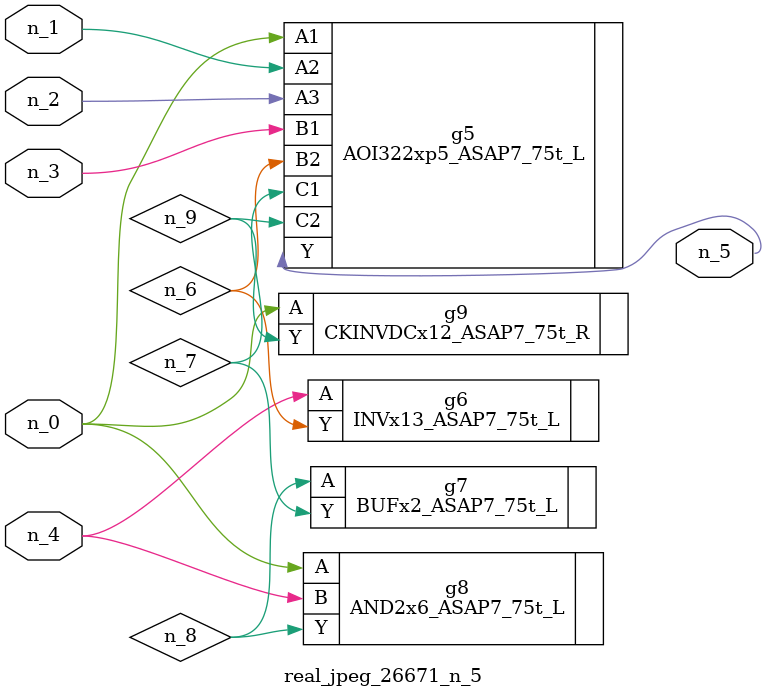
<source format=v>
module real_jpeg_26671_n_5 (n_4, n_0, n_1, n_2, n_3, n_5);

input n_4;
input n_0;
input n_1;
input n_2;
input n_3;

output n_5;

wire n_8;
wire n_6;
wire n_7;
wire n_9;

AOI322xp5_ASAP7_75t_L g5 ( 
.A1(n_0),
.A2(n_1),
.A3(n_2),
.B1(n_3),
.B2(n_6),
.C1(n_7),
.C2(n_9),
.Y(n_5)
);

AND2x6_ASAP7_75t_L g8 ( 
.A(n_0),
.B(n_4),
.Y(n_8)
);

CKINVDCx12_ASAP7_75t_R g9 ( 
.A(n_0),
.Y(n_9)
);

INVx13_ASAP7_75t_L g6 ( 
.A(n_4),
.Y(n_6)
);

BUFx2_ASAP7_75t_L g7 ( 
.A(n_8),
.Y(n_7)
);


endmodule
</source>
